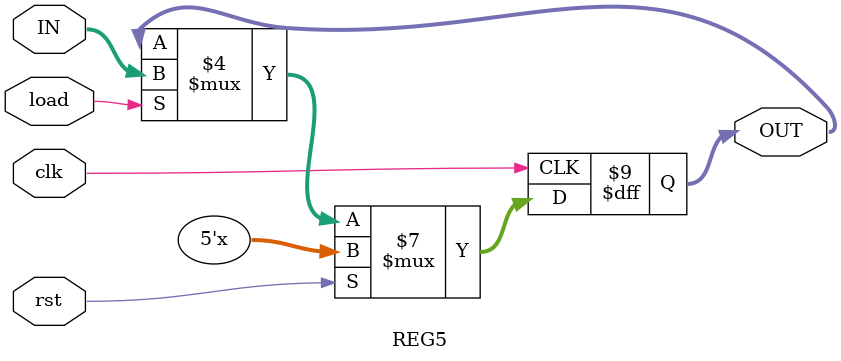
<source format=v>
`timescale 10ps / 1ps
module REG5(clk,rst,load,IN, OUT);

input wire clk;input wire rst;input wire load;input wire [4:0]IN;output reg [4:0]OUT;


always@(posedge clk)
begin
	if(rst == 1)
		OUT <= 5'bzzzzz;
	else
		if (load == 1)
			OUT <= IN;
end

endmodule

</source>
